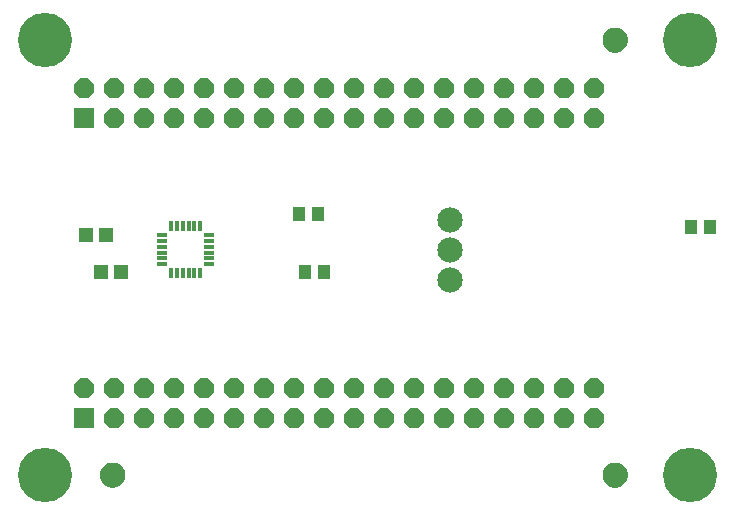
<source format=gbr>
G04 EAGLE Gerber RS-274X export*
G75*
%MOMM*%
%FSLAX34Y34*%
%LPD*%
%INSoldermask Top*%
%IPPOS*%
%AMOC8*
5,1,8,0,0,1.08239X$1,22.5*%
G01*
%ADD10R,1.252400X1.152400*%
%ADD11C,0.609600*%
%ADD12C,1.168400*%
%ADD13C,4.597400*%
%ADD14R,1.102359X1.183641*%
%ADD15C,2.152400*%
%ADD16R,1.676400X1.676400*%
%ADD17P,1.814519X8X22.500000*%
%ADD18R,0.432400X0.942400*%
%ADD19R,0.942400X0.432400*%


D10*
X102480Y209550D03*
X85480Y209550D03*
X89780Y241300D03*
X72780Y241300D03*
D11*
X87630Y38100D02*
X87632Y38287D01*
X87639Y38474D01*
X87651Y38661D01*
X87667Y38847D01*
X87687Y39033D01*
X87712Y39218D01*
X87742Y39403D01*
X87776Y39587D01*
X87815Y39770D01*
X87858Y39952D01*
X87906Y40132D01*
X87958Y40312D01*
X88015Y40490D01*
X88075Y40667D01*
X88141Y40842D01*
X88210Y41016D01*
X88284Y41188D01*
X88362Y41358D01*
X88444Y41526D01*
X88530Y41692D01*
X88620Y41856D01*
X88714Y42017D01*
X88812Y42177D01*
X88914Y42333D01*
X89020Y42488D01*
X89130Y42639D01*
X89243Y42788D01*
X89360Y42934D01*
X89480Y43077D01*
X89604Y43217D01*
X89731Y43354D01*
X89862Y43488D01*
X89996Y43619D01*
X90133Y43746D01*
X90273Y43870D01*
X90416Y43990D01*
X90562Y44107D01*
X90711Y44220D01*
X90862Y44330D01*
X91017Y44436D01*
X91173Y44538D01*
X91333Y44636D01*
X91494Y44730D01*
X91658Y44820D01*
X91824Y44906D01*
X91992Y44988D01*
X92162Y45066D01*
X92334Y45140D01*
X92508Y45209D01*
X92683Y45275D01*
X92860Y45335D01*
X93038Y45392D01*
X93218Y45444D01*
X93398Y45492D01*
X93580Y45535D01*
X93763Y45574D01*
X93947Y45608D01*
X94132Y45638D01*
X94317Y45663D01*
X94503Y45683D01*
X94689Y45699D01*
X94876Y45711D01*
X95063Y45718D01*
X95250Y45720D01*
X95437Y45718D01*
X95624Y45711D01*
X95811Y45699D01*
X95997Y45683D01*
X96183Y45663D01*
X96368Y45638D01*
X96553Y45608D01*
X96737Y45574D01*
X96920Y45535D01*
X97102Y45492D01*
X97282Y45444D01*
X97462Y45392D01*
X97640Y45335D01*
X97817Y45275D01*
X97992Y45209D01*
X98166Y45140D01*
X98338Y45066D01*
X98508Y44988D01*
X98676Y44906D01*
X98842Y44820D01*
X99006Y44730D01*
X99167Y44636D01*
X99327Y44538D01*
X99483Y44436D01*
X99638Y44330D01*
X99789Y44220D01*
X99938Y44107D01*
X100084Y43990D01*
X100227Y43870D01*
X100367Y43746D01*
X100504Y43619D01*
X100638Y43488D01*
X100769Y43354D01*
X100896Y43217D01*
X101020Y43077D01*
X101140Y42934D01*
X101257Y42788D01*
X101370Y42639D01*
X101480Y42488D01*
X101586Y42333D01*
X101688Y42177D01*
X101786Y42017D01*
X101880Y41856D01*
X101970Y41692D01*
X102056Y41526D01*
X102138Y41358D01*
X102216Y41188D01*
X102290Y41016D01*
X102359Y40842D01*
X102425Y40667D01*
X102485Y40490D01*
X102542Y40312D01*
X102594Y40132D01*
X102642Y39952D01*
X102685Y39770D01*
X102724Y39587D01*
X102758Y39403D01*
X102788Y39218D01*
X102813Y39033D01*
X102833Y38847D01*
X102849Y38661D01*
X102861Y38474D01*
X102868Y38287D01*
X102870Y38100D01*
X102868Y37913D01*
X102861Y37726D01*
X102849Y37539D01*
X102833Y37353D01*
X102813Y37167D01*
X102788Y36982D01*
X102758Y36797D01*
X102724Y36613D01*
X102685Y36430D01*
X102642Y36248D01*
X102594Y36068D01*
X102542Y35888D01*
X102485Y35710D01*
X102425Y35533D01*
X102359Y35358D01*
X102290Y35184D01*
X102216Y35012D01*
X102138Y34842D01*
X102056Y34674D01*
X101970Y34508D01*
X101880Y34344D01*
X101786Y34183D01*
X101688Y34023D01*
X101586Y33867D01*
X101480Y33712D01*
X101370Y33561D01*
X101257Y33412D01*
X101140Y33266D01*
X101020Y33123D01*
X100896Y32983D01*
X100769Y32846D01*
X100638Y32712D01*
X100504Y32581D01*
X100367Y32454D01*
X100227Y32330D01*
X100084Y32210D01*
X99938Y32093D01*
X99789Y31980D01*
X99638Y31870D01*
X99483Y31764D01*
X99327Y31662D01*
X99167Y31564D01*
X99006Y31470D01*
X98842Y31380D01*
X98676Y31294D01*
X98508Y31212D01*
X98338Y31134D01*
X98166Y31060D01*
X97992Y30991D01*
X97817Y30925D01*
X97640Y30865D01*
X97462Y30808D01*
X97282Y30756D01*
X97102Y30708D01*
X96920Y30665D01*
X96737Y30626D01*
X96553Y30592D01*
X96368Y30562D01*
X96183Y30537D01*
X95997Y30517D01*
X95811Y30501D01*
X95624Y30489D01*
X95437Y30482D01*
X95250Y30480D01*
X95063Y30482D01*
X94876Y30489D01*
X94689Y30501D01*
X94503Y30517D01*
X94317Y30537D01*
X94132Y30562D01*
X93947Y30592D01*
X93763Y30626D01*
X93580Y30665D01*
X93398Y30708D01*
X93218Y30756D01*
X93038Y30808D01*
X92860Y30865D01*
X92683Y30925D01*
X92508Y30991D01*
X92334Y31060D01*
X92162Y31134D01*
X91992Y31212D01*
X91824Y31294D01*
X91658Y31380D01*
X91494Y31470D01*
X91333Y31564D01*
X91173Y31662D01*
X91017Y31764D01*
X90862Y31870D01*
X90711Y31980D01*
X90562Y32093D01*
X90416Y32210D01*
X90273Y32330D01*
X90133Y32454D01*
X89996Y32581D01*
X89862Y32712D01*
X89731Y32846D01*
X89604Y32983D01*
X89480Y33123D01*
X89360Y33266D01*
X89243Y33412D01*
X89130Y33561D01*
X89020Y33712D01*
X88914Y33867D01*
X88812Y34023D01*
X88714Y34183D01*
X88620Y34344D01*
X88530Y34508D01*
X88444Y34674D01*
X88362Y34842D01*
X88284Y35012D01*
X88210Y35184D01*
X88141Y35358D01*
X88075Y35533D01*
X88015Y35710D01*
X87958Y35888D01*
X87906Y36068D01*
X87858Y36248D01*
X87815Y36430D01*
X87776Y36613D01*
X87742Y36797D01*
X87712Y36982D01*
X87687Y37167D01*
X87667Y37353D01*
X87651Y37539D01*
X87639Y37726D01*
X87632Y37913D01*
X87630Y38100D01*
D12*
X95250Y38100D03*
D11*
X513080Y38100D02*
X513082Y38287D01*
X513089Y38474D01*
X513101Y38661D01*
X513117Y38847D01*
X513137Y39033D01*
X513162Y39218D01*
X513192Y39403D01*
X513226Y39587D01*
X513265Y39770D01*
X513308Y39952D01*
X513356Y40132D01*
X513408Y40312D01*
X513465Y40490D01*
X513525Y40667D01*
X513591Y40842D01*
X513660Y41016D01*
X513734Y41188D01*
X513812Y41358D01*
X513894Y41526D01*
X513980Y41692D01*
X514070Y41856D01*
X514164Y42017D01*
X514262Y42177D01*
X514364Y42333D01*
X514470Y42488D01*
X514580Y42639D01*
X514693Y42788D01*
X514810Y42934D01*
X514930Y43077D01*
X515054Y43217D01*
X515181Y43354D01*
X515312Y43488D01*
X515446Y43619D01*
X515583Y43746D01*
X515723Y43870D01*
X515866Y43990D01*
X516012Y44107D01*
X516161Y44220D01*
X516312Y44330D01*
X516467Y44436D01*
X516623Y44538D01*
X516783Y44636D01*
X516944Y44730D01*
X517108Y44820D01*
X517274Y44906D01*
X517442Y44988D01*
X517612Y45066D01*
X517784Y45140D01*
X517958Y45209D01*
X518133Y45275D01*
X518310Y45335D01*
X518488Y45392D01*
X518668Y45444D01*
X518848Y45492D01*
X519030Y45535D01*
X519213Y45574D01*
X519397Y45608D01*
X519582Y45638D01*
X519767Y45663D01*
X519953Y45683D01*
X520139Y45699D01*
X520326Y45711D01*
X520513Y45718D01*
X520700Y45720D01*
X520887Y45718D01*
X521074Y45711D01*
X521261Y45699D01*
X521447Y45683D01*
X521633Y45663D01*
X521818Y45638D01*
X522003Y45608D01*
X522187Y45574D01*
X522370Y45535D01*
X522552Y45492D01*
X522732Y45444D01*
X522912Y45392D01*
X523090Y45335D01*
X523267Y45275D01*
X523442Y45209D01*
X523616Y45140D01*
X523788Y45066D01*
X523958Y44988D01*
X524126Y44906D01*
X524292Y44820D01*
X524456Y44730D01*
X524617Y44636D01*
X524777Y44538D01*
X524933Y44436D01*
X525088Y44330D01*
X525239Y44220D01*
X525388Y44107D01*
X525534Y43990D01*
X525677Y43870D01*
X525817Y43746D01*
X525954Y43619D01*
X526088Y43488D01*
X526219Y43354D01*
X526346Y43217D01*
X526470Y43077D01*
X526590Y42934D01*
X526707Y42788D01*
X526820Y42639D01*
X526930Y42488D01*
X527036Y42333D01*
X527138Y42177D01*
X527236Y42017D01*
X527330Y41856D01*
X527420Y41692D01*
X527506Y41526D01*
X527588Y41358D01*
X527666Y41188D01*
X527740Y41016D01*
X527809Y40842D01*
X527875Y40667D01*
X527935Y40490D01*
X527992Y40312D01*
X528044Y40132D01*
X528092Y39952D01*
X528135Y39770D01*
X528174Y39587D01*
X528208Y39403D01*
X528238Y39218D01*
X528263Y39033D01*
X528283Y38847D01*
X528299Y38661D01*
X528311Y38474D01*
X528318Y38287D01*
X528320Y38100D01*
X528318Y37913D01*
X528311Y37726D01*
X528299Y37539D01*
X528283Y37353D01*
X528263Y37167D01*
X528238Y36982D01*
X528208Y36797D01*
X528174Y36613D01*
X528135Y36430D01*
X528092Y36248D01*
X528044Y36068D01*
X527992Y35888D01*
X527935Y35710D01*
X527875Y35533D01*
X527809Y35358D01*
X527740Y35184D01*
X527666Y35012D01*
X527588Y34842D01*
X527506Y34674D01*
X527420Y34508D01*
X527330Y34344D01*
X527236Y34183D01*
X527138Y34023D01*
X527036Y33867D01*
X526930Y33712D01*
X526820Y33561D01*
X526707Y33412D01*
X526590Y33266D01*
X526470Y33123D01*
X526346Y32983D01*
X526219Y32846D01*
X526088Y32712D01*
X525954Y32581D01*
X525817Y32454D01*
X525677Y32330D01*
X525534Y32210D01*
X525388Y32093D01*
X525239Y31980D01*
X525088Y31870D01*
X524933Y31764D01*
X524777Y31662D01*
X524617Y31564D01*
X524456Y31470D01*
X524292Y31380D01*
X524126Y31294D01*
X523958Y31212D01*
X523788Y31134D01*
X523616Y31060D01*
X523442Y30991D01*
X523267Y30925D01*
X523090Y30865D01*
X522912Y30808D01*
X522732Y30756D01*
X522552Y30708D01*
X522370Y30665D01*
X522187Y30626D01*
X522003Y30592D01*
X521818Y30562D01*
X521633Y30537D01*
X521447Y30517D01*
X521261Y30501D01*
X521074Y30489D01*
X520887Y30482D01*
X520700Y30480D01*
X520513Y30482D01*
X520326Y30489D01*
X520139Y30501D01*
X519953Y30517D01*
X519767Y30537D01*
X519582Y30562D01*
X519397Y30592D01*
X519213Y30626D01*
X519030Y30665D01*
X518848Y30708D01*
X518668Y30756D01*
X518488Y30808D01*
X518310Y30865D01*
X518133Y30925D01*
X517958Y30991D01*
X517784Y31060D01*
X517612Y31134D01*
X517442Y31212D01*
X517274Y31294D01*
X517108Y31380D01*
X516944Y31470D01*
X516783Y31564D01*
X516623Y31662D01*
X516467Y31764D01*
X516312Y31870D01*
X516161Y31980D01*
X516012Y32093D01*
X515866Y32210D01*
X515723Y32330D01*
X515583Y32454D01*
X515446Y32581D01*
X515312Y32712D01*
X515181Y32846D01*
X515054Y32983D01*
X514930Y33123D01*
X514810Y33266D01*
X514693Y33412D01*
X514580Y33561D01*
X514470Y33712D01*
X514364Y33867D01*
X514262Y34023D01*
X514164Y34183D01*
X514070Y34344D01*
X513980Y34508D01*
X513894Y34674D01*
X513812Y34842D01*
X513734Y35012D01*
X513660Y35184D01*
X513591Y35358D01*
X513525Y35533D01*
X513465Y35710D01*
X513408Y35888D01*
X513356Y36068D01*
X513308Y36248D01*
X513265Y36430D01*
X513226Y36613D01*
X513192Y36797D01*
X513162Y36982D01*
X513137Y37167D01*
X513117Y37353D01*
X513101Y37539D01*
X513089Y37726D01*
X513082Y37913D01*
X513080Y38100D01*
D12*
X520700Y38100D03*
D11*
X513080Y406400D02*
X513082Y406587D01*
X513089Y406774D01*
X513101Y406961D01*
X513117Y407147D01*
X513137Y407333D01*
X513162Y407518D01*
X513192Y407703D01*
X513226Y407887D01*
X513265Y408070D01*
X513308Y408252D01*
X513356Y408432D01*
X513408Y408612D01*
X513465Y408790D01*
X513525Y408967D01*
X513591Y409142D01*
X513660Y409316D01*
X513734Y409488D01*
X513812Y409658D01*
X513894Y409826D01*
X513980Y409992D01*
X514070Y410156D01*
X514164Y410317D01*
X514262Y410477D01*
X514364Y410633D01*
X514470Y410788D01*
X514580Y410939D01*
X514693Y411088D01*
X514810Y411234D01*
X514930Y411377D01*
X515054Y411517D01*
X515181Y411654D01*
X515312Y411788D01*
X515446Y411919D01*
X515583Y412046D01*
X515723Y412170D01*
X515866Y412290D01*
X516012Y412407D01*
X516161Y412520D01*
X516312Y412630D01*
X516467Y412736D01*
X516623Y412838D01*
X516783Y412936D01*
X516944Y413030D01*
X517108Y413120D01*
X517274Y413206D01*
X517442Y413288D01*
X517612Y413366D01*
X517784Y413440D01*
X517958Y413509D01*
X518133Y413575D01*
X518310Y413635D01*
X518488Y413692D01*
X518668Y413744D01*
X518848Y413792D01*
X519030Y413835D01*
X519213Y413874D01*
X519397Y413908D01*
X519582Y413938D01*
X519767Y413963D01*
X519953Y413983D01*
X520139Y413999D01*
X520326Y414011D01*
X520513Y414018D01*
X520700Y414020D01*
X520887Y414018D01*
X521074Y414011D01*
X521261Y413999D01*
X521447Y413983D01*
X521633Y413963D01*
X521818Y413938D01*
X522003Y413908D01*
X522187Y413874D01*
X522370Y413835D01*
X522552Y413792D01*
X522732Y413744D01*
X522912Y413692D01*
X523090Y413635D01*
X523267Y413575D01*
X523442Y413509D01*
X523616Y413440D01*
X523788Y413366D01*
X523958Y413288D01*
X524126Y413206D01*
X524292Y413120D01*
X524456Y413030D01*
X524617Y412936D01*
X524777Y412838D01*
X524933Y412736D01*
X525088Y412630D01*
X525239Y412520D01*
X525388Y412407D01*
X525534Y412290D01*
X525677Y412170D01*
X525817Y412046D01*
X525954Y411919D01*
X526088Y411788D01*
X526219Y411654D01*
X526346Y411517D01*
X526470Y411377D01*
X526590Y411234D01*
X526707Y411088D01*
X526820Y410939D01*
X526930Y410788D01*
X527036Y410633D01*
X527138Y410477D01*
X527236Y410317D01*
X527330Y410156D01*
X527420Y409992D01*
X527506Y409826D01*
X527588Y409658D01*
X527666Y409488D01*
X527740Y409316D01*
X527809Y409142D01*
X527875Y408967D01*
X527935Y408790D01*
X527992Y408612D01*
X528044Y408432D01*
X528092Y408252D01*
X528135Y408070D01*
X528174Y407887D01*
X528208Y407703D01*
X528238Y407518D01*
X528263Y407333D01*
X528283Y407147D01*
X528299Y406961D01*
X528311Y406774D01*
X528318Y406587D01*
X528320Y406400D01*
X528318Y406213D01*
X528311Y406026D01*
X528299Y405839D01*
X528283Y405653D01*
X528263Y405467D01*
X528238Y405282D01*
X528208Y405097D01*
X528174Y404913D01*
X528135Y404730D01*
X528092Y404548D01*
X528044Y404368D01*
X527992Y404188D01*
X527935Y404010D01*
X527875Y403833D01*
X527809Y403658D01*
X527740Y403484D01*
X527666Y403312D01*
X527588Y403142D01*
X527506Y402974D01*
X527420Y402808D01*
X527330Y402644D01*
X527236Y402483D01*
X527138Y402323D01*
X527036Y402167D01*
X526930Y402012D01*
X526820Y401861D01*
X526707Y401712D01*
X526590Y401566D01*
X526470Y401423D01*
X526346Y401283D01*
X526219Y401146D01*
X526088Y401012D01*
X525954Y400881D01*
X525817Y400754D01*
X525677Y400630D01*
X525534Y400510D01*
X525388Y400393D01*
X525239Y400280D01*
X525088Y400170D01*
X524933Y400064D01*
X524777Y399962D01*
X524617Y399864D01*
X524456Y399770D01*
X524292Y399680D01*
X524126Y399594D01*
X523958Y399512D01*
X523788Y399434D01*
X523616Y399360D01*
X523442Y399291D01*
X523267Y399225D01*
X523090Y399165D01*
X522912Y399108D01*
X522732Y399056D01*
X522552Y399008D01*
X522370Y398965D01*
X522187Y398926D01*
X522003Y398892D01*
X521818Y398862D01*
X521633Y398837D01*
X521447Y398817D01*
X521261Y398801D01*
X521074Y398789D01*
X520887Y398782D01*
X520700Y398780D01*
X520513Y398782D01*
X520326Y398789D01*
X520139Y398801D01*
X519953Y398817D01*
X519767Y398837D01*
X519582Y398862D01*
X519397Y398892D01*
X519213Y398926D01*
X519030Y398965D01*
X518848Y399008D01*
X518668Y399056D01*
X518488Y399108D01*
X518310Y399165D01*
X518133Y399225D01*
X517958Y399291D01*
X517784Y399360D01*
X517612Y399434D01*
X517442Y399512D01*
X517274Y399594D01*
X517108Y399680D01*
X516944Y399770D01*
X516783Y399864D01*
X516623Y399962D01*
X516467Y400064D01*
X516312Y400170D01*
X516161Y400280D01*
X516012Y400393D01*
X515866Y400510D01*
X515723Y400630D01*
X515583Y400754D01*
X515446Y400881D01*
X515312Y401012D01*
X515181Y401146D01*
X515054Y401283D01*
X514930Y401423D01*
X514810Y401566D01*
X514693Y401712D01*
X514580Y401861D01*
X514470Y402012D01*
X514364Y402167D01*
X514262Y402323D01*
X514164Y402483D01*
X514070Y402644D01*
X513980Y402808D01*
X513894Y402974D01*
X513812Y403142D01*
X513734Y403312D01*
X513660Y403484D01*
X513591Y403658D01*
X513525Y403833D01*
X513465Y404010D01*
X513408Y404188D01*
X513356Y404368D01*
X513308Y404548D01*
X513265Y404730D01*
X513226Y404913D01*
X513192Y405097D01*
X513162Y405282D01*
X513137Y405467D01*
X513117Y405653D01*
X513101Y405839D01*
X513089Y406026D01*
X513082Y406213D01*
X513080Y406400D01*
D12*
X520700Y406400D03*
D13*
X38100Y406400D03*
X38100Y38100D03*
X584200Y38100D03*
X584200Y406400D03*
D14*
X274701Y209550D03*
X258699Y209550D03*
X253619Y259080D03*
X269621Y259080D03*
X585089Y247650D03*
X601091Y247650D03*
D15*
X381000Y228600D03*
X381000Y254000D03*
X381000Y203200D03*
D16*
X71800Y86100D03*
D17*
X71800Y111500D03*
X97200Y86100D03*
X97200Y111500D03*
X122600Y86100D03*
X122600Y111500D03*
X148000Y86100D03*
X148000Y111500D03*
X173400Y86100D03*
X173400Y111500D03*
X198800Y86100D03*
X198800Y111500D03*
X224200Y86100D03*
X224200Y111500D03*
X249600Y86100D03*
X249600Y111500D03*
X275000Y86100D03*
X275000Y111500D03*
X300400Y86100D03*
X300400Y111500D03*
X325800Y86100D03*
X325800Y111500D03*
X351200Y86100D03*
X351200Y111500D03*
X376600Y86100D03*
X376600Y111500D03*
X402000Y86100D03*
X402000Y111500D03*
X427400Y86100D03*
X427400Y111500D03*
X452800Y86100D03*
X452800Y111500D03*
X478200Y86100D03*
X478200Y111500D03*
X503600Y86100D03*
X503600Y111500D03*
D16*
X71800Y340100D03*
D17*
X71800Y365500D03*
X97200Y340100D03*
X97200Y365500D03*
X122600Y340100D03*
X122600Y365500D03*
X148000Y340100D03*
X148000Y365500D03*
X173400Y340100D03*
X173400Y365500D03*
X198800Y340100D03*
X198800Y365500D03*
X224200Y340100D03*
X224200Y365500D03*
X249600Y340100D03*
X249600Y365500D03*
X275000Y340100D03*
X275000Y365500D03*
X300400Y340100D03*
X300400Y365500D03*
X325800Y340100D03*
X325800Y365500D03*
X351200Y340100D03*
X351200Y365500D03*
X376600Y340100D03*
X376600Y365500D03*
X402000Y340100D03*
X402000Y365500D03*
X427400Y340100D03*
X427400Y365500D03*
X452800Y340100D03*
X452800Y365500D03*
X478200Y340100D03*
X478200Y365500D03*
X503600Y340100D03*
X503600Y365500D03*
D18*
X169980Y248300D03*
X164980Y248300D03*
X159980Y248300D03*
X154980Y248300D03*
X149980Y248300D03*
X144980Y248300D03*
D19*
X137780Y241100D03*
X137780Y236100D03*
X137780Y231100D03*
X137780Y226100D03*
X137780Y221100D03*
X137780Y216100D03*
D18*
X144980Y208900D03*
X149980Y208900D03*
X154980Y208900D03*
X159980Y208900D03*
X164980Y208900D03*
X169980Y208900D03*
D19*
X177180Y216100D03*
X177180Y221100D03*
X177180Y226100D03*
X177180Y231100D03*
X177180Y236100D03*
X177180Y241100D03*
M02*

</source>
